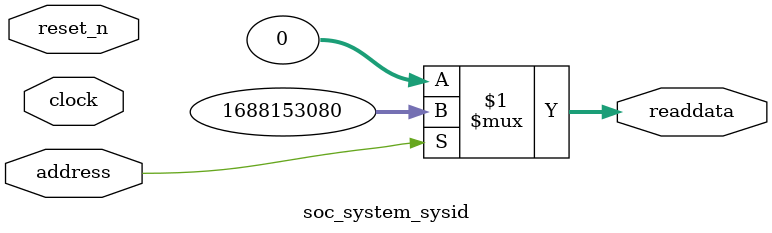
<source format=v>



// synthesis translate_off
`timescale 1ns / 1ps
// synthesis translate_on

// turn off superfluous verilog processor warnings 
// altera message_level Level1 
// altera message_off 10034 10035 10036 10037 10230 10240 10030 

module soc_system_sysid (
               // inputs:
                address,
                clock,
                reset_n,

               // outputs:
                readdata
             )
;

  output  [ 31: 0] readdata;
  input            address;
  input            clock;
  input            reset_n;

  wire    [ 31: 0] readdata;
  //control_slave, which is an e_avalon_slave
  assign readdata = address ? 1688153080 : 0;

endmodule



</source>
